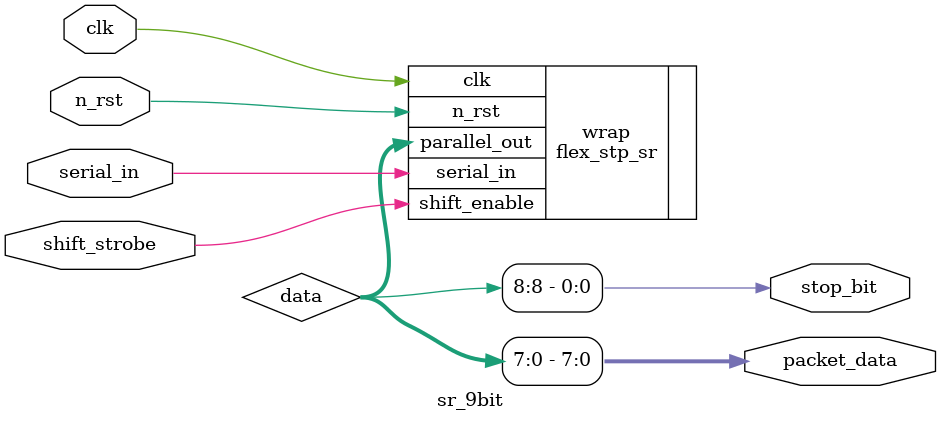
<source format=sv>
module sr_9bit
(
    input wire clk,
    input wire n_rst,
    input wire shift_strobe,
    input wire serial_in,
    output wire [7:0] packet_data,
    output wire stop_bit
);
    reg [8:0] data;
    assign packet_data = data[7:0];
    assign stop_bit = data[8];

    flex_stp_sr #(
        .NUM_BITS(9),
        .SHIFT_MSB(0)
    ) 
    wrap
    (
        .clk(clk),
        .n_rst(n_rst),
        .shift_enable(shift_strobe),
        .serial_in(serial_in),
        .parallel_out(data)
    );
endmodule

</source>
